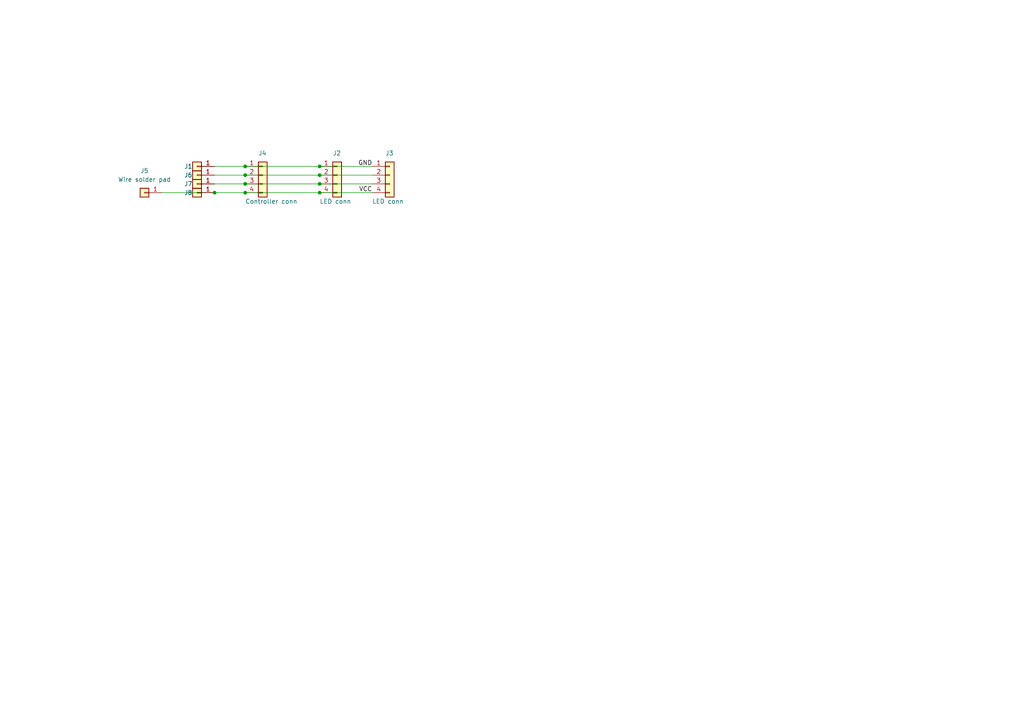
<source format=kicad_sch>
(kicad_sch (version 20211123) (generator eeschema)
  (paper "A4")
  (lib_symbols
    (symbol "Connector_Generic:Conn_01x01" (pin_names (offset 1.016) hide)
      (property "Reference" "J" (at 0 2.54 0))
      (property "Value" "Conn_01x01" (at 0 -2.54 0))
      (symbol "Conn_01x01_1_1"
        (rectangle (start -1.27 0.127) (end 0 -0.127) (stroke (width 0.1524)))
        (rectangle (start -1.27 1.27) (end 1.27 -1.27) (stroke (width 0.254)) (fill (type background)))
        (pin passive line (at -5.08 0 0) (length 3.81) (name "Pin_1") (number "1"))
      )
    )
    (symbol "Connector_Generic:Conn_01x04" (pin_names (offset 1.016) hide)
      (property "Reference" "J" (at 0 5.08 0))
      (property "Value" "Conn_01x04" (at 0 -7.62 0))
      (symbol "Conn_01x04_1_1"
        (rectangle (start -1.27 -4.953) (end 0 -5.207) (stroke (width 0.1524)))
        (rectangle (start -1.27 -2.413) (end 0 -2.667) (stroke (width 0.1524)))
        (rectangle (start -1.27 0.127) (end 0 -0.127) (stroke (width 0.1524)))
        (rectangle (start -1.27 2.667) (end 0 2.413) (stroke (width 0.1524)))
        (rectangle (start -1.27 3.81) (end 1.27 -6.35) (stroke (width 0.254)) (fill (type background)))
        (pin passive line (at -5.08 2.54 0) (length 3.81) (name "Pin_1") (number "1"))
        (pin passive line (at -5.08 0 0) (length 3.81) (name "Pin_2") (number "2"))
        (pin passive line (at -5.08 -2.54 0) (length 3.81) (name "Pin_3") (number "3"))
        (pin passive line (at -5.08 -5.08 0) (length 3.81) (name "Pin_4") (number "4"))
      )
    )
  )
  (junction (at 71.12 48.26))
  (junction (at 92.71 55.88))
  (junction (at 62.23 55.88))
  (junction (at 71.12 55.88))
  (junction (at 71.12 53.34))
  (junction (at 92.71 53.34))
  (junction (at 92.71 50.8))
  (junction (at 71.12 50.8))
  (junction (at 92.71 48.26))
  (wire (pts (xy 62.23 50.8) (xy 71.12 50.8)))
  (wire (pts (xy 71.12 55.88) (xy 92.71 55.88)))
  (wire (pts (xy 71.12 48.26) (xy 92.71 48.26)))
  (wire (pts (xy 62.23 55.88) (xy 71.12 55.88)))
  (wire (pts (xy 71.12 50.8) (xy 92.71 50.8)))
  (wire (pts (xy 92.71 50.8) (xy 107.95 50.8)))
  (wire (pts (xy 92.71 55.88) (xy 107.95 55.88)))
  (wire (pts (xy 46.99 55.88) (xy 62.23 55.88)))
  (wire (pts (xy 62.23 53.34) (xy 71.12 53.34)))
  (wire (pts (xy 92.71 53.34) (xy 107.95 53.34)))
  (wire (pts (xy 71.12 53.34) (xy 92.71 53.34)))
  (wire (pts (xy 92.71 48.26) (xy 107.95 48.26)))
  (wire (pts (xy 62.23 48.26) (xy 71.12 48.26)))
  (label "VCC" (at 107.95 55.88 180))
  (label "GND" (at 107.95 48.26 180))
  (symbol (lib_id "Connector_Generic:Conn_01x04") (at 97.79 50.8 0) (unit 1)
    (property "Reference" "J2" (at 96.52 44.45 0) (effects (justify left)))
    (property "Value" "LED conn" (at 92.71 58.42 0) (effects (justify left)))
    (property "Footprint" "Shurik:connector-4p-generic-nosilk" (effects hide))
  )
  (symbol (lib_id "Connector_Generic:Conn_01x01") (at 57.15 48.26 180) (unit 1)
    (property "Reference" "J1" (at 54.61 48.26 0))
    (property "Value" "Conn_01x01" (effects hide))
    (property "Footprint" "shurik-personal:connector-1p-generic-1.2mm-nosilk" (effects hide))
  )
  (symbol (lib_id "Connector_Generic:Conn_01x04") (at 113.03 50.8 0) (unit 1)
    (property "Reference" "J3" (at 111.76 44.45 0) (effects (justify left)))
    (property "Value" "LED conn" (at 107.95 58.42 0) (effects (justify left)))
    (property "Footprint" "Shurik:connector-4p-generic-nosilk" (effects hide))
  )
  (symbol (lib_id "Connector_Generic:Conn_01x01") (at 57.15 55.88 180) (unit 1)
    (property "Reference" "J8" (at 54.61 55.88 0))
    (property "Value" "Conn_01x01" (effects hide))
    (property "Footprint" "shurik-personal:connector-1p-generic-1.2mm-nosilk" (effects hide))
  )
  (symbol (lib_id "Connector_Generic:Conn_01x01") (at 41.91 55.88 180) (unit 1)
    (property "Reference" "J5" (at 41.91 49.53 0))
    (property "Value" "Wire solder pad" (at 41.91 52.07 0))
    (property "Footprint" "TestPoint:TestPoint_Plated_Hole_D2.0mm" (effects hide))
  )
  (symbol (lib_id "Connector_Generic:Conn_01x01") (at 57.15 50.8 180) (unit 1)
    (property "Reference" "J6" (at 54.61 50.8 0))
    (property "Value" "Conn_01x01" (effects hide))
    (property "Footprint" "shurik-personal:connector-1p-generic-1.2mm-nosilk" (effects hide))
  )
  (symbol (lib_id "Connector_Generic:Conn_01x01") (at 57.15 53.34 180) (unit 1)
    (property "Reference" "J7" (at 54.61 53.34 0))
    (property "Value" "Conn_01x01" (effects hide))
    (property "Footprint" "shurik-personal:connector-1p-generic-1.2mm-nosilk" (effects hide))
  )
  (symbol (lib_id "Connector_Generic:Conn_01x04") (at 76.2 50.8 0) (unit 1)
    (property "Reference" "J4" (at 74.93 44.45 0) (effects (justify left)))
    (property "Value" "Controller conn" (at 71.12 58.42 0) (effects (justify left)))
    (property "Footprint" "Shurik:connector-4p-generic-nosilk" (effects hide))
  )
)
</source>
